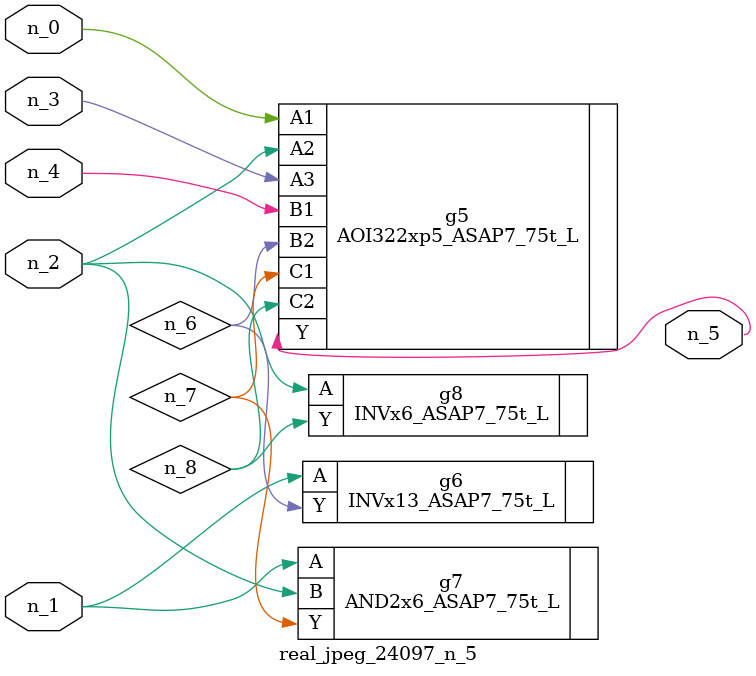
<source format=v>
module real_jpeg_24097_n_5 (n_4, n_0, n_1, n_2, n_3, n_5);

input n_4;
input n_0;
input n_1;
input n_2;
input n_3;

output n_5;

wire n_8;
wire n_6;
wire n_7;

AOI322xp5_ASAP7_75t_L g5 ( 
.A1(n_0),
.A2(n_2),
.A3(n_3),
.B1(n_4),
.B2(n_6),
.C1(n_7),
.C2(n_8),
.Y(n_5)
);

INVx13_ASAP7_75t_L g6 ( 
.A(n_1),
.Y(n_6)
);

AND2x6_ASAP7_75t_L g7 ( 
.A(n_1),
.B(n_2),
.Y(n_7)
);

INVx6_ASAP7_75t_L g8 ( 
.A(n_2),
.Y(n_8)
);


endmodule
</source>
